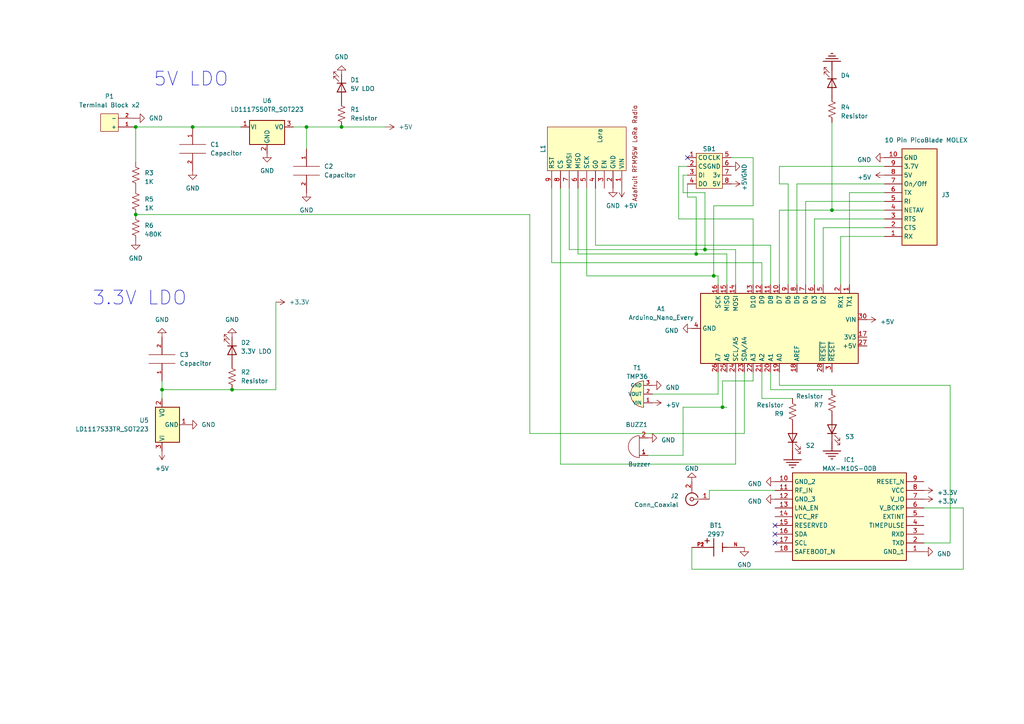
<source format=kicad_sch>
(kicad_sch (version 20231120) (generator "eeschema") (generator_version "8.0")
  (paper "A4")
  (lib_symbols
    (symbol "+3.3V_1" (power) (pin_names (offset 0))
      (property "Value" "+3.3V_1" (at 0 3.556 0))
      (symbol "+3.3V_1_0_1"
        (polyline (pts (xy -0.762 1.27) (xy 0 2.54)))
        (polyline (pts (xy 0 0) (xy 0 2.54)))
        (polyline (pts (xy 0 2.54) (xy 0.762 1.27)))
      )
      (symbol "+3.3V_1_1_1"
        (pin power_in line (at 0 0 90) (length 0) hide (name "+3.3V") (number "1"))
      )
    )
    (symbol "+3.3V_2" (power) (pin_names (offset 0))
      (property "Value" "+3.3V_2" (at 0 3.556 0))
      (symbol "+3.3V_2_0_1"
        (polyline (pts (xy -0.762 1.27) (xy 0 2.54)))
        (polyline (pts (xy 0 0) (xy 0 2.54)))
        (polyline (pts (xy 0 2.54) (xy 0.762 1.27)))
      )
      (symbol "+3.3V_2_1_1"
        (pin power_in line (at 0 0 90) (length 0) hide (name "+3.3V") (number "1"))
      )
    )
    (symbol "+5V_1" (power) (pin_names (offset 0))
      (property "Value" "+5V_1" (at 0 3.556 0))
      (symbol "+5V_1_0_1"
        (polyline (pts (xy -0.762 1.27) (xy 0 2.54)))
        (polyline (pts (xy 0 0) (xy 0 2.54)))
        (polyline (pts (xy 0 2.54) (xy 0.762 1.27)))
      )
      (symbol "+5V_1_1_1"
        (pin power_in line (at 0 0 90) (length 0) hide (name "+5V") (number "1"))
      )
    )
    (symbol "+5V_2" (power) (pin_names (offset 0))
      (property "Value" "+5V_2" (at 0 3.556 0))
      (symbol "+5V_2_0_1"
        (polyline (pts (xy -0.762 1.27) (xy 0 2.54)))
        (polyline (pts (xy 0 0) (xy 0 2.54)))
        (polyline (pts (xy 0 2.54) (xy 0.762 1.27)))
      )
      (symbol "+5V_2_1_1"
        (pin power_in line (at 0 0 90) (length 0) hide (name "+5V") (number "1"))
      )
    )
    (symbol "+5V_3" (power) (pin_names (offset 0))
      (property "Value" "+5V_3" (at 0 3.556 0))
      (symbol "+5V_3_0_1"
        (polyline (pts (xy -0.762 1.27) (xy 0 2.54)))
        (polyline (pts (xy 0 0) (xy 0 2.54)))
        (polyline (pts (xy 0 2.54) (xy 0.762 1.27)))
      )
      (symbol "+5V_3_1_1"
        (pin power_in line (at 0 0 90) (length 0) hide (name "+5V") (number "1"))
      )
    )
    (symbol "+5V_4" (power) (pin_names (offset 0))
      (property "Value" "+5V_4" (at 0 3.556 0))
      (symbol "+5V_4_0_1"
        (polyline (pts (xy -0.762 1.27) (xy 0 2.54)))
        (polyline (pts (xy 0 0) (xy 0 2.54)))
        (polyline (pts (xy 0 2.54) (xy 0.762 1.27)))
      )
      (symbol "+5V_4_1_1"
        (pin power_in line (at 0 0 90) (length 0) hide (name "+5V") (number "1"))
      )
    )
    (symbol "+5V_5" (power) (pin_names (offset 0))
      (property "Value" "+5V_5" (at 0 3.556 0))
      (symbol "+5V_5_0_1"
        (polyline (pts (xy -0.762 1.27) (xy 0 2.54)))
        (polyline (pts (xy 0 0) (xy 0 2.54)))
        (polyline (pts (xy 0 2.54) (xy 0.762 1.27)))
      )
      (symbol "+5V_5_1_1"
        (pin power_in line (at 0 0 90) (length 0) hide (name "+5V") (number "1"))
      )
    )
    (symbol "53048-1010:53048-1010"
      (property "Reference" "J2" (at 9.525 3.81 90))
      (property "Value" "53048-1010" (at 12.065 3.81 90))
      (symbol "53048-1010_1_1"
        (rectangle (start 5.08 2.54) (end 15.24 -25.4) (stroke (width 0.254)) (fill (type background)))
        (pin output line (at 0 -22.86 0) (length 5.08) (name "RX") (number "1"))
        (pin passive line (at 0 0 0) (length 5.08) (name "GND") (number "10"))
        (pin passive line (at 0 -20.32 0) (length 5.08) (name "CTS") (number "2"))
        (pin passive line (at 0 -17.78 0) (length 5.08) (name "RTS") (number "3"))
        (pin passive line (at 0 -15.24 0) (length 5.08) (name "NETAV") (number "4"))
        (pin passive line (at 0 -12.7 0) (length 5.08) (name "RI") (number "5"))
        (pin passive line (at 0 -10.16 0) (length 5.08) (name "TX") (number "6"))
        (pin passive line (at 0 -7.62 0) (length 5.08) (name "On/Off") (number "7"))
        (pin input line (at 0 -5.08 0) (length 5.08) (name "5V") (number "8"))
        (pin passive line (at 0 -2.54 0) (length 5.08) (name "3.7V") (number "9"))
      )
    )
    (symbol "Balloon Tracker PCB-altium-import:GND" (power)
      (property "Reference" "#PWR" (at 0 0 0))
      (property "Value" "GND" (at 0 6.35 0))
      (symbol "GND_0_0"
        (polyline (pts (xy -2.54 -2.54) (xy 2.54 -2.54)) (stroke (width 0.254)))
        (polyline (pts (xy -1.778 -3.302) (xy 1.778 -3.302)) (stroke (width 0.254)))
        (polyline (pts (xy -1.016 -4.064) (xy 1.016 -4.064)) (stroke (width 0.254)))
        (polyline (pts (xy -0.254 -4.826) (xy 0.254 -4.826)) (stroke (width 0.254)))
        (polyline (pts (xy 0 0) (xy 0 -2.54)) (stroke (width 0.254)))
        (pin power_in line (at 0 0 0) (length 0) hide (name "GND") (number ""))
      )
    )
    (symbol "Connector:Conn_Coaxial" (pin_names (offset 1.016) hide)
      (property "Reference" "J" (at 0.254 3.048 0))
      (property "Value" "Conn_Coaxial" (at 2.921 0 90))
      (symbol "Conn_Coaxial_0_1"
        (arc (start -1.778 -0.508) (mid 0.2311 -1.8066) (end 1.778 0) (stroke (width 0.254)))
        (polyline (pts (xy -2.54 0) (xy -0.508 0)))
        (polyline (pts (xy 0 -2.54) (xy 0 -1.778)))
        (circle (center 0 0) (radius 0.508) (stroke (width 0.2032)))
        (arc (start 1.778 0) (mid 0.2099 1.8101) (end -1.778 0.508) (stroke (width 0.254)))
      )
      (symbol "Conn_Coaxial_1_1"
        (pin passive line (at -5.08 0 0) (length 2.54) (name "In") (number "1"))
        (pin passive line (at 0 -5.08 90) (length 2.54) (name "Ext") (number "2"))
      )
    )
    (symbol "Device:Buzzer" (pin_names (offset 0.0254) hide)
      (property "Reference" "BZ" (at 3.81 1.27 0))
      (property "Value" "Buzzer" (at 3.81 -1.27 0))
      (symbol "Buzzer_0_1"
        (arc (start 0 -3.175) (mid 3.1612 0) (end 0 3.175))
        (polyline (pts (xy -1.651 1.905) (xy -1.143 1.905)))
        (polyline (pts (xy -1.397 2.159) (xy -1.397 1.651)))
        (polyline (pts (xy 0 3.175) (xy 0 -3.175)))
      )
      (symbol "Buzzer_1_1"
        (pin passive line (at -2.54 2.54 0) (length 2.54) (name "-") (number "1"))
        (pin passive line (at -2.54 -2.54 0) (length 2.54) (name "+") (number "2"))
      )
    )
    (symbol "Device:LED" (pin_numbers hide) (pin_names (offset 1.016) hide)
      (property "Reference" "D" (at 0 2.54 0))
      (property "Value" "LED" (at 0 -2.54 0))
      (symbol "LED_0_1"
        (polyline (pts (xy -1.27 -1.27) (xy -1.27 1.27)) (stroke (width 0.254)))
        (polyline (pts (xy -1.27 0) (xy 1.27 0)))
        (polyline (pts (xy 1.27 -1.27) (xy 1.27 1.27) (xy -1.27 0) (xy 1.27 -1.27)) (stroke (width 0.254)))
        (polyline (pts (xy -3.048 -0.762) (xy -4.572 -2.286) (xy -3.81 -2.286) (xy -4.572 -2.286) (xy -4.572 -1.524)))
        (polyline (pts (xy -1.778 -0.762) (xy -3.302 -2.286) (xy -2.54 -2.286) (xy -3.302 -2.286) (xy -3.302 -1.524)))
      )
      (symbol "LED_1_1"
        (pin passive line (at -3.81 0 0) (length 2.54) (name "K") (number "1"))
        (pin passive line (at 3.81 0 180) (length 2.54) (name "A") (number "2"))
      )
    )
    (symbol "GND_1" (power) (pin_names (offset 0))
      (property "Value" "GND_1" (at 0 -3.81 0))
      (symbol "GND_1_0_1"
        (polyline (pts (xy 0 0) (xy 0 -1.27) (xy 1.27 -1.27) (xy 0 -2.54) (xy -1.27 -1.27) (xy 0 -1.27)))
      )
      (symbol "GND_1_1_1"
        (pin power_in line (at 0 0 270) (length 0) hide (name "GND") (number "1"))
      )
    )
    (symbol "GND_2" (power) (pin_names (offset 0))
      (property "Value" "GND_2" (at 0 -3.81 0))
      (symbol "GND_2_0_1"
        (polyline (pts (xy 0 0) (xy 0 -1.27) (xy 1.27 -1.27) (xy 0 -2.54) (xy -1.27 -1.27) (xy 0 -1.27)))
      )
      (symbol "GND_2_1_1"
        (pin power_in line (at 0 0 270) (length 0) hide (name "GND") (number "1"))
      )
    )
    (symbol "GND_3" (power) (pin_names (offset 0))
      (property "Value" "GND_3" (at 0 -3.81 0))
      (symbol "GND_3_0_1"
        (polyline (pts (xy 0 0) (xy 0 -1.27) (xy 1.27 -1.27) (xy 0 -2.54) (xy -1.27 -1.27) (xy 0 -1.27)))
      )
      (symbol "GND_3_1_1"
        (pin power_in line (at 0 0 270) (length 0) hide (name "GND") (number "1"))
      )
    )
    (symbol "GND_4" (power) (pin_names (offset 0))
      (property "Value" "GND_4" (at 0 -3.81 0))
      (symbol "GND_4_0_1"
        (polyline (pts (xy 0 0) (xy 0 -1.27) (xy 1.27 -1.27) (xy 0 -2.54) (xy -1.27 -1.27) (xy 0 -1.27)))
      )
      (symbol "GND_4_1_1"
        (pin power_in line (at 0 0 270) (length 0) hide (name "GND") (number "1"))
      )
    )
    (symbol "GND_5" (power) (pin_names (offset 0))
      (property "Value" "GND_5" (at 0 -3.81 0))
      (symbol "GND_5_0_1"
        (polyline (pts (xy 0 0) (xy 0 -1.27) (xy 1.27 -1.27) (xy 0 -2.54) (xy -1.27 -1.27) (xy 0 -1.27)))
      )
      (symbol "GND_5_1_1"
        (pin power_in line (at 0 0 270) (length 0) hide (name "GND") (number "1"))
      )
    )
    (symbol "GND_6" (power) (pin_names (offset 0))
      (property "Value" "GND_6" (at 0 -3.81 0))
      (symbol "GND_6_0_1"
        (polyline (pts (xy 0 0) (xy 0 -1.27) (xy 1.27 -1.27) (xy 0 -2.54) (xy -1.27 -1.27) (xy 0 -1.27)))
      )
      (symbol "GND_6_1_1"
        (pin power_in line (at 0 0 270) (length 0) hide (name "GND") (number "1"))
      )
    )
    (symbol "GND_7" (power) (pin_names (offset 0))
      (property "Value" "GND_7" (at 0 -3.81 0))
      (symbol "GND_7_0_1"
        (polyline (pts (xy 0 0) (xy 0 -1.27) (xy 1.27 -1.27) (xy 0 -2.54) (xy -1.27 -1.27) (xy 0 -1.27)))
      )
      (symbol "GND_7_1_1"
        (pin power_in line (at 0 0 270) (length 0) hide (name "GND") (number "1"))
      )
    )
    (symbol "GND_8" (power) (pin_names (offset 0))
      (property "Value" "GND_8" (at 0 -3.81 0))
      (symbol "GND_8_0_1"
        (polyline (pts (xy 0 0) (xy 0 -1.27) (xy 1.27 -1.27) (xy 0 -2.54) (xy -1.27 -1.27) (xy 0 -1.27)))
      )
      (symbol "GND_8_1_1"
        (pin power_in line (at 0 0 270) (length 0) hide (name "GND") (number "1"))
      )
    )
    (symbol "MCU_Module:Arduino_Nano_Every"
      (property "Reference" "A" (at -10.16 23.495 0))
      (property "Value" "Arduino_Nano_Every" (at 5.08 -24.13 0))
      (symbol "Arduino_Nano_Every_0_1"
        (rectangle (start -10.16 22.86) (end 10.16 -22.86) (stroke (width 0.254)) (fill (type background)))
      )
      (symbol "Arduino_Nano_Every_1_1"
        (pin bidirectional line (at -12.7 20.32 0) (length 2.54) (name "TX1") (number "1"))
        (pin bidirectional line (at -12.7 0 0) (length 2.54) (name "D7") (number "10"))
        (pin bidirectional line (at -12.7 -2.54 0) (length 2.54) (name "D8") (number "11"))
        (pin bidirectional line (at -12.7 -5.08 0) (length 2.54) (name "D9") (number "12"))
        (pin bidirectional line (at -12.7 -7.62 0) (length 2.54) (name "D10") (number "13"))
        (pin bidirectional line (at -12.7 -12.7 0) (length 2.54) (name "MOSI") (number "14"))
        (pin bidirectional line (at -12.7 -15.24 0) (length 2.54) (name "MISO") (number "15"))
        (pin bidirectional line (at -12.7 -17.78 0) (length 2.54) (name "SCK") (number "16"))
        (pin power_out line (at 2.54 25.4 270) (length 2.54) (name "3V3") (number "17"))
        (pin input line (at 12.7 5.08 180) (length 2.54) (name "AREF") (number "18"))
        (pin bidirectional line (at 12.7 0 180) (length 2.54) (name "A0") (number "19"))
        (pin bidirectional line (at -12.7 17.78 0) (length 2.54) (name "RX1") (number "2"))
        (pin bidirectional line (at 12.7 -2.54 180) (length 2.54) (name "A1") (number "20"))
        (pin bidirectional line (at 12.7 -5.08 180) (length 2.54) (name "A2") (number "21"))
        (pin bidirectional line (at 12.7 -7.62 180) (length 2.54) (name "A3") (number "22"))
        (pin bidirectional line (at 12.7 -10.16 180) (length 2.54) (name "SDA/A4") (number "23"))
        (pin bidirectional line (at 12.7 -12.7 180) (length 2.54) (name "SCL/A5") (number "24"))
        (pin bidirectional line (at 12.7 -15.24 180) (length 2.54) (name "A6") (number "25"))
        (pin bidirectional line (at 12.7 -17.78 180) (length 2.54) (name "A7") (number "26"))
        (pin power_out line (at 5.08 25.4 270) (length 2.54) (name "+5V") (number "27"))
        (pin input line (at 12.7 12.7 180) (length 2.54) (name "~{RESET}") (number "28"))
        (pin passive line (at 0 -25.4 90) (length 2.54) hide (name "GND") (number "29"))
        (pin input line (at 12.7 15.24 180) (length 2.54) (name "~{RESET}") (number "3"))
        (pin power_in line (at -2.54 25.4 270) (length 2.54) (name "VIN") (number "30"))
        (pin power_in line (at 0 -25.4 90) (length 2.54) (name "GND") (number "4"))
        (pin bidirectional line (at -12.7 12.7 0) (length 2.54) (name "D2") (number "5"))
        (pin bidirectional line (at -12.7 10.16 0) (length 2.54) (name "D3") (number "6"))
        (pin bidirectional line (at -12.7 7.62 0) (length 2.54) (name "D4") (number "7"))
        (pin bidirectional line (at -12.7 5.08 0) (length 2.54) (name "D5") (number "8"))
        (pin bidirectional line (at -12.7 2.54 0) (length 2.54) (name "D6") (number "9"))
      )
    )
    (symbol "Regulator_Linear:LD1117S33TR_SOT223" (pin_names (offset 0.254))
      (property "Reference" "U" (at -3.81 3.175 0))
      (property "Value" "LD1117S33TR_SOT223" (at 0 3.175 0))
      (symbol "LD1117S33TR_SOT223_0_1"
        (rectangle (start -5.08 -5.08) (end 5.08 1.905) (stroke (width 0.254)) (fill (type background)))
      )
      (symbol "LD1117S33TR_SOT223_1_1"
        (pin power_in line (at 0 -7.62 90) (length 2.54) (name "GND") (number "1"))
        (pin power_out line (at 7.62 0 180) (length 2.54) (name "VO") (number "2"))
        (pin power_in line (at -7.62 0 0) (length 2.54) (name "VI") (number "3"))
      )
    )
    (symbol "Regulator_Linear:LD1117S50TR_SOT223" (pin_names (offset 0.254))
      (property "Reference" "U6" (at 0 7.62 0))
      (property "Value" "LD1117S50TR_SOT223" (at 0 5.08 0))
      (symbol "LD1117S50TR_SOT223_0_1"
        (rectangle (start -5.08 -5.08) (end 5.08 1.905) (stroke (width 0.254)) (fill (type background)))
      )
      (symbol "LD1117S50TR_SOT223_1_1"
        (pin power_in line (at -7.62 0 0) (length 2.54) (name "VI") (number "1"))
        (pin power_in line (at 0 -7.62 90) (length 2.54) (name "GND") (number "2"))
        (pin power_out line (at 7.62 0 180) (length 2.54) (name "VO") (number "3"))
      )
    )
    (symbol "Trackuino:2997" (pin_names (offset 1.016))
      (property "Reference" "BT" (at -6.35 3.81 0))
      (property "Value" "2997" (at -3.81 -5.08 0))
      (symbol "2997_0_0"
        (polyline (pts (xy -3.81 1.905) (xy -2.54 1.905)) (stroke (width 0.254)))
        (polyline (pts (xy -3.175 2.54) (xy -3.175 1.27)) (stroke (width 0.254)))
        (polyline (pts (xy -1.27 0) (xy -2.54 0)) (stroke (width 0.254)))
        (polyline (pts (xy -1.27 0) (xy -1.27 -2.54)) (stroke (width 0.254)))
        (polyline (pts (xy -1.27 2.54) (xy -1.27 0)) (stroke (width 0.254)))
        (polyline (pts (xy 1.27 0) (xy 1.27 -1.27)) (stroke (width 0.254)))
        (polyline (pts (xy 1.27 0) (xy 2.54 0)) (stroke (width 0.254)))
        (polyline (pts (xy 1.27 1.27) (xy 1.27 0)) (stroke (width 0.254)))
        (pin passive line (at 7.62 0 180) (length 5.08) (name "~") (number "N"))
        (pin passive line (at -7.62 0 0) (length 5.08) (name "~") (number "P1"))
        (pin passive line (at -7.62 0 0) (length 5.08) (name "~") (number "P2"))
      )
    )
    (symbol "Trackuino:Capacitor" (pin_names (offset 0.254))
      (property "Reference" "C?" (at 5.08 1.2701 0))
      (property "Value" "Capacitor" (at 5.08 -1.2699 0))
      (symbol "Capacitor_0_1"
        (polyline (pts (xy -3.81 -1.27) (xy 3.81 -1.27)))
        (polyline (pts (xy -3.81 1.27) (xy 3.81 1.27)))
      )
      (symbol "Capacitor_1_1"
        (pin power_in line (at 0 6.35 270) (length 5.08) (name "~") (number "1"))
        (pin power_out line (at 0 -6.35 90) (length 5.08) (name "~") (number "2"))
      )
    )
    (symbol "Trackuino:LED" (pin_numbers hide) (pin_names (offset 1.016) hide)
      (property "Reference" "D?" (at -1.5875 6.35 0))
      (property "Value" "LED" (at -1.5875 3.81 0))
      (symbol "LED_0_1"
        (polyline (pts (xy -1.27 -1.27) (xy -1.27 1.27)) (stroke (width 0.254)))
        (polyline (pts (xy -1.27 0) (xy 1.27 0)))
        (polyline (pts (xy 1.27 -1.27) (xy 1.27 1.27) (xy -1.27 0) (xy 1.27 -1.27)) (stroke (width 0.254)))
        (polyline (pts (xy -3.048 -0.762) (xy -4.572 -2.286) (xy -3.81 -2.286) (xy -4.572 -2.286) (xy -4.572 -1.524)))
        (polyline (pts (xy -1.778 -0.762) (xy -3.302 -2.286) (xy -2.54 -2.286) (xy -3.302 -2.286) (xy -3.302 -1.524)))
      )
      (symbol "LED_1_1"
        (pin passive line (at -3.81 0 0) (length 2.54) (name "K") (number "1"))
        (pin passive line (at 3.81 0 180) (length 2.54) (name "A") (number "2"))
      )
    )
    (symbol "Trackuino:LoRa"
      (property "Reference" "L1" (at -2.54 -17.78 0))
      (property "Value" "Lora" (at -5.08 -1.27 0))
      (symbol "LoRa_1_1"
        (rectangle (start -7.62 6.35) (end 5.08 -16.51) (fill (type background)))
        (text "Adafruit RFM95W LoRa Radio" (at 0 8.89 0) (effects (font (size 1.27 1.27))))
        (pin power_in line (at 10.16 5.08 180) (length 5.08) (name "VIN") (number "1"))
        (pin passive line (at 10.16 2.54 180) (length 5.08) (name "GND") (number "2"))
        (pin input line (at 10.16 0 180) (length 5.08) (name "EN") (number "3"))
        (pin passive line (at 10.16 -2.54 180) (length 5.08) (name "G0") (number "4"))
        (pin input line (at 10.16 -5.08 180) (length 5.08) (name "SCK") (number "5"))
        (pin input line (at 10.16 -7.62 180) (length 5.08) (name "MISO") (number "6"))
        (pin input line (at 10.16 -10.16 180) (length 5.08) (name "MOSI") (number "7"))
        (pin input line (at 10.16 -12.7 180) (length 5.08) (name "CS") (number "8"))
        (pin input line (at 10.16 -15.24 180) (length 5.08) (name "RST") (number "9"))
      )
    )
    (symbol "Trackuino:MAX-M10S-00B"
      (property "Reference" "IC" (at 39.37 7.62 0))
      (property "Value" "MAX-M10S-00B" (at 39.37 5.08 0))
      (symbol "MAX-M10S-00B_1_1"
        (rectangle (start 5.08 2.54) (end 38.1 -22.86) (stroke (width 0.254)) (fill (type background)))
        (pin passive line (at 43.18 -20.32 180) (length 5.08) (name "GND_1") (number "1"))
        (pin passive line (at 0 0 0) (length 5.08) (name "GND_2") (number "10"))
        (pin passive line (at 0 -2.54 0) (length 5.08) (name "RF_IN") (number "11"))
        (pin passive line (at 0 -5.08 0) (length 5.08) (name "GND_3") (number "12"))
        (pin passive line (at 0 -7.62 0) (length 5.08) (name "LNA_EN") (number "13"))
        (pin passive line (at 0 -10.16 0) (length 5.08) (name "VCC_RF") (number "14"))
        (pin passive line (at 0 -12.7 0) (length 5.08) (name "RESERVED") (number "15"))
        (pin passive line (at 0 -15.24 0) (length 5.08) (name "SDA") (number "16"))
        (pin passive line (at 0 -17.78 0) (length 5.08) (name "SCL") (number "17"))
        (pin passive line (at 0 -20.32 0) (length 5.08) (name "SAFEBOOT_N") (number "18"))
        (pin passive line (at 43.18 -17.78 180) (length 5.08) (name "TXD") (number "2"))
        (pin passive line (at 43.18 -15.24 180) (length 5.08) (name "RXD") (number "3"))
        (pin passive line (at 43.18 -12.7 180) (length 5.08) (name "TIMEPULSE") (number "4"))
        (pin passive line (at 43.18 -10.16 180) (length 5.08) (name "EXTINT") (number "5"))
        (pin passive line (at 43.18 -7.62 180) (length 5.08) (name "V_BCKP") (number "6"))
        (pin passive line (at 43.18 -5.08 180) (length 5.08) (name "V_IO") (number "7"))
        (pin passive line (at 43.18 -2.54 180) (length 5.08) (name "VCC") (number "8"))
        (pin passive line (at 43.18 0 180) (length 5.08) (name "RESET_N") (number "9"))
      )
    )
    (symbol "Trackuino:MicroSD_Breakout_Board+"
      (property "Reference" "SD" (at 0 0 0))
      (symbol "MicroSD_Breakout_Board+_1_1"
        (rectangle (start -3.81 -1.27) (end 3.81 -11.43) (fill (type background)))
        (pin input line (at -6.35 -2.54 0) (length 2.54) (name "CO") (number "1"))
        (pin input line (at -6.35 -5.08 0) (length 2.54) (name "CS") (number "2"))
        (pin input line (at -6.35 -7.62 0) (length 2.54) (name "DI") (number "3"))
        (pin input line (at -6.35 -10.16 0) (length 2.54) (name "DO") (number "4"))
        (pin input line (at 6.35 -2.54 180) (length 2.54) (name "CLK") (number "5"))
        (pin input line (at 6.35 -5.08 180) (length 2.54) (name "GND") (number "6"))
        (pin input line (at 6.35 -7.62 180) (length 2.54) (name "3v") (number "7"))
        (pin input line (at 6.35 -10.16 180) (length 2.54) (name "5V") (number "8"))
      )
    )
    (symbol "Trackuino:Resistor" (pin_numbers hide) (pin_names (offset 0))
      (property "Reference" "R?" (at 2.54 1.2701 0))
      (property "Value" "Resistor" (at 2.54 -1.2699 0))
      (symbol "Resistor_0_1"
        (polyline (pts (xy 0 -2.286) (xy 0 -2.54)))
        (polyline (pts (xy 0 2.286) (xy 0 2.54)))
        (polyline (pts (xy 0 -0.762) (xy 1.016 -1.143) (xy 0 -1.524) (xy -1.016 -1.905) (xy 0 -2.286)))
        (polyline (pts (xy 0 0.762) (xy 1.016 0.381) (xy 0 0) (xy -1.016 -0.381) (xy 0 -0.762)))
        (polyline (pts (xy 0 2.286) (xy 1.016 1.905) (xy 0 1.524) (xy -1.016 1.143) (xy 0 0.762)))
      )
      (symbol "Resistor_1_1"
        (pin passive line (at 0 3.81 270) (length 1.27) (name "~") (number "1"))
        (pin passive line (at 0 -3.81 90) (length 1.27) (name "~") (number "2"))
      )
    )
    (symbol "Trackuino:TMP36"
      (property "Reference" "U" (at 0 0 0))
      (property "Value" "TMP36" (at 0 2.54 0))
      (symbol "TMP36_0_1"
        (rectangle (start 3.81 -6.35) (end -3.81 -6.35))
        (arc (start 3.81 -6.35) (mid 0 -2.5787) (end -3.81 -6.35) (fill (type background)))
      )
      (symbol "TMP36_1_1"
        (pin power_in line (at -2.54 -8.89 90) (length 2.54) (name "VIN") (number "1"))
        (pin power_out line (at 0 -8.89 90) (length 2.54) (name "VOUT") (number "2"))
        (pin power_in line (at 2.54 -8.89 90) (length 2.54) (name "GND") (number "3"))
      )
    )
    (symbol "Trackuino:Terminal Block x2"
      (property "Reference" "P" (at 0 0 0))
      (property "Value" "Terminal Block x2" (at 0 2.54 0))
      (symbol "Terminal Block x2_0_1"
        (rectangle (start -2.54 -1.27) (end 2.54 -6.35) (fill (type background)))
      )
      (symbol "Terminal Block x2_1_1"
        (pin power_in line (at -1.27 -11.43 90) (length 5.08) (name "+") (number "1"))
        (pin power_in line (at 1.27 -11.43 90) (length 5.08) (name "-") (number "2"))
      )
    )
    (symbol "power:+3.3V" (power) (pin_names (offset 0))
      (property "Value" "+3.3V" (at 0 3.556 0))
      (symbol "+3.3V_0_1"
        (polyline (pts (xy -0.762 1.27) (xy 0 2.54)))
        (polyline (pts (xy 0 0) (xy 0 2.54)))
        (polyline (pts (xy 0 2.54) (xy 0.762 1.27)))
      )
      (symbol "+3.3V_1_1"
        (pin power_in line (at 0 0 90) (length 0) hide (name "+3.3V") (number "1"))
      )
    )
    (symbol "power:+5V" (power) (pin_names (offset 0))
      (property "Value" "+5V" (at 0 3.556 0))
      (symbol "+5V_0_1"
        (polyline (pts (xy -0.762 1.27) (xy 0 2.54)))
        (polyline (pts (xy 0 0) (xy 0 2.54)))
        (polyline (pts (xy 0 2.54) (xy 0.762 1.27)))
      )
      (symbol "+5V_1_1"
        (pin power_in line (at 0 0 90) (length 0) hide (name "+5V") (number "1"))
      )
    )
    (symbol "power:GND" (power) (pin_names (offset 0))
      (property "Value" "GND" (at 0 -3.81 0))
      (symbol "GND_0_1"
        (polyline (pts (xy 0 0) (xy 0 -1.27) (xy 1.27 -1.27) (xy 0 -2.54) (xy -1.27 -1.27) (xy 0 -1.27)))
      )
      (symbol "GND_1_1"
        (pin power_in line (at 0 0 270) (length 0) hide (name "GND") (number "1"))
      )
    )
  )
  (junction (at 209.55 118.11))
  (junction (at 67.31 113.03))
  (junction (at 204.47 72.39))
  (junction (at 207.01 80.01))
  (junction (at 99.06 36.83))
  (junction (at 241.3 60.96))
  (junction (at 201.93 73.66))
  (junction (at 46.99 113.03))
  (junction (at 39.37 62.23))
  (junction (at 88.9 36.83))
  (junction (at 39.37 36.83))
  (junction (at 55.88 36.83))
  (no_connect (at 224.79 157.48))
  (no_connect (at 224.79 152.4))
  (no_connect (at 199.39 45.72))
  (no_connect (at 224.79 154.94))
  (wire (pts (xy 200.66 158.75) (xy 200.66 165.1)))
  (wire (pts (xy 246.38 55.88) (xy 246.38 82.55)))
  (wire (pts (xy 39.37 62.23) (xy 153.67 62.23)))
  (wire (pts (xy 88.9 36.83) (xy 85.09 36.83)))
  (wire (pts (xy 208.28 80.01) (xy 208.28 82.55)))
  (wire (pts (xy 226.06 111.76) (xy 226.06 107.95)))
  (wire (pts (xy 275.59 111.76) (xy 226.06 111.76)))
  (wire (pts (xy 210.82 73.66) (xy 201.93 73.66)))
  (wire (pts (xy 167.64 73.66) (xy 201.93 73.66)))
  (wire (pts (xy 172.72 71.12) (xy 223.52 71.12)))
  (wire (pts (xy 210.82 82.55) (xy 210.82 73.66)))
  (wire (pts (xy 160.02 54.61) (xy 160.02 76.2)))
  (wire (pts (xy 204.47 55.88) (xy 204.47 72.39)))
  (wire (pts (xy 46.99 113.03) (xy 67.31 113.03)))
  (wire (pts (xy 231.14 53.34) (xy 231.14 82.55)))
  (wire (pts (xy 46.99 113.03) (xy 46.99 115.57)))
  (wire (pts (xy 226.06 82.55) (xy 226.06 60.96)))
  (wire (pts (xy 200.66 165.1) (xy 279.4 165.1)))
  (wire (pts (xy 205.74 142.24) (xy 224.79 142.24)))
  (wire (pts (xy 279.4 165.1) (xy 279.4 147.32)))
  (wire (pts (xy 153.67 125.73) (xy 215.9 125.73)))
  (wire (pts (xy 209.55 118.11) (xy 210.82 118.11)))
  (wire (pts (xy 198.12 118.11) (xy 198.12 132.08)))
  (wire (pts (xy 241.3 60.96) (xy 241.3 35.56)))
  (wire (pts (xy 39.37 36.83) (xy 55.88 36.83)))
  (wire (pts (xy 99.06 36.83) (xy 111.76 36.83)))
  (wire (pts (xy 199.39 57.15) (xy 199.39 53.34)))
  (wire (pts (xy 208.28 107.95) (xy 208.28 114.3)))
  (wire (pts (xy 88.9 36.83) (xy 88.9 43.18)))
  (wire (pts (xy 243.84 68.58) (xy 243.84 82.55)))
  (wire (pts (xy 256.54 60.96) (xy 241.3 60.96)))
  (wire (pts (xy 204.47 72.39) (xy 213.36 72.39)))
  (wire (pts (xy 213.36 134.62) (xy 213.36 107.95)))
  (wire (pts (xy 46.99 110.49) (xy 46.99 113.03)))
  (wire (pts (xy 218.44 59.69) (xy 218.44 45.72)))
  (wire (pts (xy 170.18 54.61) (xy 170.18 80.01)))
  (wire (pts (xy 246.38 55.88) (xy 256.54 55.88)))
  (wire (pts (xy 275.59 157.48) (xy 275.59 111.76)))
  (wire (pts (xy 170.18 80.01) (xy 207.01 80.01)))
  (wire (pts (xy 215.9 125.73) (xy 215.9 107.95)))
  (wire (pts (xy 220.98 115.57) (xy 220.98 107.95)))
  (wire (pts (xy 218.44 107.95) (xy 218.44 110.49)))
  (wire (pts (xy 236.22 63.5) (xy 236.22 82.55)))
  (wire (pts (xy 204.47 55.88) (xy 198.12 55.88)))
  (wire (pts (xy 55.88 36.83) (xy 69.85 36.83)))
  (wire (pts (xy 167.64 54.61) (xy 167.64 73.66)))
  (wire (pts (xy 226.06 60.96) (xy 241.3 60.96)))
  (wire (pts (xy 226.06 48.26) (xy 256.54 48.26)))
  (wire (pts (xy 196.85 48.26) (xy 199.39 48.26)))
  (wire (pts (xy 228.6 53.34) (xy 228.6 82.55)))
  (wire (pts (xy 198.12 55.88) (xy 198.12 50.8)))
  (wire (pts (xy 238.76 66.04) (xy 238.76 82.55)))
  (wire (pts (xy 198.12 50.8) (xy 199.39 50.8)))
  (wire (pts (xy 67.31 113.03) (xy 80.01 113.03)))
  (wire (pts (xy 88.9 36.83) (xy 99.06 36.83)))
  (wire (pts (xy 196.85 63.5) (xy 196.85 48.26)))
  (wire (pts (xy 172.72 54.61) (xy 172.72 71.12)))
  (wire (pts (xy 165.1 72.39) (xy 204.47 72.39)))
  (wire (pts (xy 233.68 58.42) (xy 233.68 82.55)))
  (wire (pts (xy 196.85 63.5) (xy 218.44 63.5)))
  (wire (pts (xy 162.56 54.61) (xy 162.56 134.62)))
  (wire (pts (xy 80.01 113.03) (xy 80.01 87.63)))
  (wire (pts (xy 213.36 82.55) (xy 213.36 72.39)))
  (wire (pts (xy 256.54 66.04) (xy 238.76 66.04)))
  (wire (pts (xy 160.02 76.2) (xy 220.98 76.2)))
  (wire (pts (xy 256.54 53.34) (xy 231.14 53.34)))
  (wire (pts (xy 207.01 59.69) (xy 218.44 59.69)))
  (wire (pts (xy 229.87 115.57) (xy 220.98 115.57)))
  (wire (pts (xy 256.54 58.42) (xy 233.68 58.42)))
  (wire (pts (xy 198.12 132.08) (xy 187.96 132.08)))
  (wire (pts (xy 165.1 54.61) (xy 165.1 72.39)))
  (wire (pts (xy 223.52 113.03) (xy 241.3 113.03)))
  (wire (pts (xy 226.06 53.34) (xy 228.6 53.34)))
  (wire (pts (xy 226.06 48.26) (xy 226.06 53.34)))
  (wire (pts (xy 207.01 59.69) (xy 207.01 80.01)))
  (wire (pts (xy 153.67 62.23) (xy 153.67 125.73)))
  (wire (pts (xy 201.93 57.15) (xy 199.39 57.15)))
  (wire (pts (xy 198.12 118.11) (xy 209.55 118.11)))
  (wire (pts (xy 207.01 80.01) (xy 208.28 80.01)))
  (wire (pts (xy 223.52 71.12) (xy 223.52 82.55)))
  (wire (pts (xy 267.97 157.48) (xy 275.59 157.48)))
  (wire (pts (xy 201.93 57.15) (xy 201.93 73.66)))
  (wire (pts (xy 223.52 107.95) (xy 223.52 113.03)))
  (wire (pts (xy 218.44 45.72) (xy 212.09 45.72)))
  (wire (pts (xy 209.55 110.49) (xy 209.55 118.11)))
  (wire (pts (xy 256.54 63.5) (xy 236.22 63.5)))
  (wire (pts (xy 39.37 36.83) (xy 39.37 46.99)))
  (wire (pts (xy 189.23 114.3) (xy 208.28 114.3)))
  (wire (pts (xy 162.56 134.62) (xy 213.36 134.62)))
  (wire (pts (xy 205.74 144.78) (xy 205.74 142.24)))
  (wire (pts (xy 218.44 110.49) (xy 209.55 110.49)))
  (wire (pts (xy 218.44 63.5) (xy 218.44 82.55)))
  (wire (pts (xy 279.4 147.32) (xy 267.97 147.32)))
  (wire (pts (xy 243.84 68.58) (xy 256.54 68.58)))
  (wire (pts (xy 220.98 76.2) (xy 220.98 82.55)))
  (text "3.3V LDO" (at 26.67 88.9 0) (effects (font (size 4 4)) (justify left bottom)))
  (text "5V LDO" (at 44.45 25.4 0) (effects (font (size 4 4)) (justify left bottom)))
  (symbol (lib_name "GND_8") (lib_id "power:GND") (at 215.9 158.75 0) (unit 1)
    (property "Reference" "#PWR02" (effects (hide yes)))
    (property "Value" "GND" (at 215.9 163.83 0))
  )
  (symbol (lib_id "power:+5V") (at 111.76 36.83 270) (unit 1)
    (property "Reference" "#PWR0107" (effects (hide yes)))
    (property "Value" "+5V" (at 115.57 36.8299 90) (effects (justify left)))
  )
  (symbol (lib_id "Trackuino:Resistor") (at 241.3 31.75 0) (unit 1)
    (property "Reference" "R4" (at 243.84 31.115 0) (effects (justify left)))
    (property "Value" "Resistor" (at 243.84 33.655 0) (effects (justify left)))
    (property "Footprint" "Resistor_SMD:R_1206_3216Metric" (effects (hide yes)))
  )
  (symbol (lib_id "Trackuino:MicroSD_Breakout_Board+") (at 205.74 43.18 0) (unit 1)
    (property "Reference" "SD1" (at 205.74 43.18 0))
    (property "Value" "~" (at 205.74 43.18 0))
    (property "Footprint" "Tracker Custom Library:Adafruit 5V SD Breakout Brd+" (effects (hide yes)))
  )
  (symbol (lib_id "Trackuino:MAX-M10S-00B") (at 224.79 139.7 0) (unit 1)
    (property "Reference" "IC1" (at 246.38 133.35 0))
    (property "Value" "MAX-M10S-00B" (at 246.38 135.89 0))
    (property "Footprint" "Tracker Custom Library:MAXM10S00B" (effects (hide yes)))
    (property "Datasheet" "https://content.u-blox.com/sites/default/files/MAX-M10S_IntegrationManual_UBX-20053088.pdf" (effects (hide yes)))
    (property "Height" "2.7" (effects (hide yes)))
    (property "Mouser Part Number" "377-MAX-M10S-00B" (effects (hide yes)))
    (property "Mouser Price/Stock" "https://www.mouser.co.uk/ProductDetail/u-blox/MAX-M10S-00B?qs=A6eO%252BMLsxmT0PfQYPb7LLQ%3D%3D" (effects (hide yes)))
    (property "Manufacturer_Name" "U-Blox" (effects (hide yes)))
    (property "Manufacturer_Part_Number" "MAX-M10S-00B" (effects (hide yes)))
  )
  (symbol (lib_name "GND_5") (lib_id "power:GND") (at 267.97 160.02 90) (unit 1)
    (property "Reference" "#PWR012" (effects (hide yes)))
    (property "Value" "GND" (at 271.78 160.655 90) (effects (justify right)))
  )
  (symbol (lib_id "Trackuino:Resistor") (at 241.3 116.84 180) (unit 1)
    (property "Reference" "R7" (at 238.76 117.475 0) (effects (justify left)))
    (property "Value" "Resistor" (at 238.76 114.935 0) (effects (justify left)))
    (property "Footprint" "Resistor_SMD:R_1206_3216Metric" (effects (hide yes)))
  )
  (symbol (lib_name "GND_4") (lib_id "power:GND") (at 224.79 139.7 270) (unit 1)
    (property "Reference" "#PWR01" (effects (hide yes)))
    (property "Value" "GND" (at 220.98 140.335 90) (effects (justify right)))
  )
  (symbol (lib_name "GND_1") (lib_id "power:GND") (at 189.23 111.76 90) (unit 1)
    (property "Reference" "#PWR037" (effects (hide yes)))
    (property "Value" "GND" (at 193.04 112.395 90) (effects (justify right)))
  )
  (symbol (lib_name "+3.3V_2") (lib_id "power:+3.3V") (at 267.97 144.78 270) (unit 1)
    (property "Reference" "#PWR014" (effects (hide yes)))
    (property "Value" "+3.3V" (at 271.78 145.415 90) (effects (justify left)))
  )
  (symbol (lib_id "Trackuino:Resistor") (at 99.06 33.02 0) (unit 1)
    (property "Reference" "R1" (at 101.6 31.7499 0) (effects (justify left)))
    (property "Value" "Resistor" (at 101.6 34.2899 0) (effects (justify left)))
    (property "Footprint" "Resistor_SMD:R_1206_3216Metric" (effects (hide yes)))
  )
  (symbol (lib_name "GND_8") (lib_id "power:GND") (at 39.37 69.85 0) (unit 1)
    (property "Reference" "#PWR03" (effects (hide yes)))
    (property "Value" "GND" (at 39.37 74.93 0))
  )
  (symbol (lib_id "Balloon Tracker PCB-altium-import:GND") (at 241.3 20.32 180) (unit 1)
    (property "Reference" "#PWR024" (effects (hide yes)))
    (property "Value" "GND" (effects (hide yes)))
  )
  (symbol (lib_id "Trackuino:Resistor") (at 39.37 58.42 0) (unit 1)
    (property "Reference" "R5" (at 41.91 57.785 0) (effects (justify left)))
    (property "Value" "1K" (at 41.91 60.325 0) (effects (justify left)))
    (property "Footprint" "Resistor_SMD:R_1206_3216Metric" (effects (hide yes)))
  )
  (symbol (lib_id "power:GND") (at 200.66 95.25 270) (unit 1)
    (property "Reference" "#PWR0113" (effects (hide yes)))
    (property "Value" "GND" (at 196.85 95.885 90) (effects (justify right)))
  )
  (symbol (lib_id "power:GND") (at 39.37 34.29 90) (unit 1)
    (property "Reference" "#PWR0108" (effects (hide yes)))
    (property "Value" "GND" (at 43.18 34.2899 90) (effects (justify right)))
  )
  (symbol (lib_id "power:GND") (at 99.06 21.59 180) (unit 1)
    (property "Reference" "#PWR0106" (effects (hide yes)))
    (property "Value" "GND" (at 99.06 16.51 0))
  )
  (symbol (lib_id "MCU_Module:Arduino_Nano_Every") (at 226.06 95.25 270) (unit 1)
    (property "Reference" "A1" (at 191.77 89.5603 90))
    (property "Value" "Arduino_Nano_Every" (at 191.77 92.1003 90))
    (property "Footprint" "Module:Arduino_Nano" (effects (hide yes)))
    (property "Datasheet" "https://content.arduino.cc/assets/NANOEveryV3.0_sch.pdf" (effects (hide yes)))
  )
  (symbol (lib_id "power:GND") (at 88.9 55.88 0) (unit 1)
    (property "Reference" "#PWR0105" (effects (hide yes)))
    (property "Value" "GND" (at 88.9 60.96 0))
  )
  (symbol (lib_id "power:GND") (at 54.61 123.19 90) (unit 1)
    (property "Reference" "#PWR0112" (effects (hide yes)))
    (property "Value" "GND" (at 58.42 123.1899 90) (effects (justify right)))
  )
  (symbol (lib_id "Device:LED") (at 229.87 127 90) (unit 1)
    (property "Reference" "S2" (at 233.68 129.2225 90) (effects (justify right)))
    (property "Value" "NETAV" (effects (hide yes)))
    (property "Footprint" "LED_SMD:LED_1206_3216Metric" (effects (hide yes)))
  )
  (symbol (lib_id "Device:Buzzer") (at 185.42 129.54 180) (unit 1)
    (property "Reference" "BUZZ1" (at 184.6649 123.19 0))
    (property "Value" "Buzzer" (at 185.42 134.62 0))
    (property "Footprint" "Tracker Custom Library:XDCR_AI-1224-TWT-5V-R" (effects (hide yes)))
  )
  (symbol (lib_id "power:GND") (at 67.31 97.79 180) (unit 1)
    (property "Reference" "#PWR0109" (effects (hide yes)))
    (property "Value" "GND" (at 67.31 92.71 0))
  )
  (symbol (lib_id "Trackuino:Resistor") (at 67.31 109.22 0) (unit 1)
    (property "Reference" "R2" (at 69.85 107.9499 0) (effects (justify left)))
    (property "Value" "Resistor" (at 69.85 110.4899 0) (effects (justify left)))
    (property "Footprint" "Resistor_SMD:R_1206_3216Metric" (effects (hide yes)))
  )
  (symbol (lib_name "+5V_5") (lib_id "power:+5V") (at 256.54 50.8 90) (unit 1)
    (property "Reference" "#PWR052" (effects (hide yes)))
    (property "Value" "+5V" (at 252.73 51.435 90) (effects (justify left)))
  )
  (symbol (lib_id "Device:LED") (at 241.3 24.13 270) (unit 1)
    (property "Reference" "D4" (at 243.84 21.9075 90) (effects (justify left)))
    (property "Value" "NETAV" (effects (hide yes)))
    (property "Footprint" "LED_SMD:LED_1206_3216Metric" (effects (hide yes)))
  )
  (symbol (lib_name "GND_7") (lib_id "power:GND") (at 200.66 139.7 180) (unit 1)
    (property "Reference" "#PWR016" (effects (hide yes)))
    (property "Value" "GND" (at 200.66 135.89 0))
  )
  (symbol (lib_id "Balloon Tracker PCB-altium-import:GND") (at 241.3 128.27 0) (unit 1)
    (property "Reference" "#PWR06" (effects (hide yes)))
    (property "Value" "GND" (effects (hide yes)))
  )
  (symbol (lib_id "Trackuino:LoRa") (at 175.26 44.45 270) (unit 1)
    (property "Reference" "L1" (at 157.48 41.91 0) (effects (justify left)))
    (property "Value" "Lora" (at 173.99 39.37 0))
    (property "Footprint" "Tracker Custom Library:Adafruit LoRa Breakout" (effects (hide yes)))
  )
  (symbol (lib_id "Trackuino:LED") (at 67.31 101.6 270) (unit 1)
    (property "Reference" "D2" (at 69.85 99.3775 90) (effects (justify left)))
    (property "Value" "3.3V LDO" (at 69.85 101.9175 90) (effects (justify left)))
    (property "Footprint" "LED_SMD:LED_1206_3216Metric" (effects (hide yes)))
  )
  (symbol (lib_name "+5V_2") (lib_id "power:+5V") (at 212.09 53.34 270) (unit 1)
    (property "Reference" "#PWR036" (effects (hide yes)))
    (property "Value" "+5V" (at 215.9 53.34 0))
  )
  (symbol (lib_id "Trackuino:LED") (at 99.06 25.4 270) (unit 1)
    (property "Reference" "D1" (at 101.6 23.1775 90) (effects (justify left)))
    (property "Value" "5V LDO" (at 101.6 25.7175 90) (effects (justify left)))
    (property "Footprint" "LED_SMD:LED_1206_3216Metric" (effects (hide yes)))
  )
  (symbol (lib_id "power:GND") (at 212.09 48.26 90) (unit 1)
    (property "Reference" "#PWR0111" (effects (hide yes)))
    (property "Value" "GND" (at 215.9 49.53 0))
  )
  (symbol (lib_id "Trackuino:Capacitor") (at 55.88 43.18 0) (unit 1)
    (property "Reference" "C1" (at 60.96 41.9099 0) (effects (justify left)))
    (property "Value" "Capacitor" (at 60.96 44.4499 0) (effects (justify left)))
    (property "Footprint" "Capacitor_SMD:C_1206_3216Metric" (effects (hide yes)))
  )
  (symbol (lib_id "Trackuino:Capacitor") (at 46.99 104.14 180) (unit 1)
    (property "Reference" "C3" (at 52.07 102.8699 0) (effects (justify right)))
    (property "Value" "Capacitor" (at 52.07 105.4099 0) (effects (justify right)))
    (property "Footprint" "Capacitor_SMD:C_1206_3216Metric" (effects (hide yes)))
  )
  (symbol (lib_id "power:GND") (at 256.54 45.72 270) (unit 1)
    (property "Reference" "#PWR0114" (effects (hide yes)))
    (property "Value" "GND" (at 252.73 46.355 90) (effects (justify right)))
  )
  (symbol (lib_name "+5V_3") (lib_id "power:+5V") (at 189.23 116.84 270) (unit 1)
    (property "Reference" "#PWR049" (effects (hide yes)))
    (property "Value" "+5V" (at 193.04 117.475 90) (effects (justify left)))
  )
  (symbol (lib_name "GND_3") (lib_id "power:GND") (at 177.8 54.61 0) (unit 1)
    (property "Reference" "#PWR010" (effects (hide yes)))
    (property "Value" "GND" (at 177.8 59.69 0))
  )
  (symbol (lib_id "Device:LED") (at 241.3 124.46 90) (unit 1)
    (property "Reference" "S3" (at 245.11 126.6825 90) (effects (justify right)))
    (property "Value" "NETAV" (effects (hide yes)))
    (property "Footprint" "LED_SMD:LED_1206_3216Metric" (effects (hide yes)))
  )
  (symbol (lib_id "power:+5V") (at 46.99 130.81 180) (unit 1)
    (property "Reference" "#PWR0102" (effects (hide yes)))
    (property "Value" "+5V" (at 46.99 135.89 0))
  )
  (symbol (lib_id "Trackuino:Terminal Block x2") (at 27.94 35.56 90) (unit 1)
    (property "Reference" "P1" (at 31.75 27.94 90))
    (property "Value" "Terminal Block x2" (at 31.75 30.48 90))
    (property "Footprint" "Tracker Custom Library:Terminal Block x2" (effects (hide yes)))
  )
  (symbol (lib_id "Regulator_Linear:LD1117S33TR_SOT223") (at 46.99 123.19 90) (unit 1)
    (property "Reference" "U5" (at 43.18 121.9199 90) (effects (justify left)))
    (property "Value" "LD1117S33TR_SOT223" (at 43.18 124.4599 90) (effects (justify left)))
    (property "Footprint" "Package_TO_SOT_SMD:SOT-223-3_TabPin2" (effects (hide yes)))
    (property "Datasheet" "http://www.st.com/st-web-ui/static/active/en/resource/technical/document/datasheet/CD00000544.pdf" (effects (hide yes)))
  )
  (symbol (lib_id "Connector:Conn_Coaxial") (at 200.66 144.78 180) (unit 1)
    (property "Reference" "J2" (at 196.85 143.8518 0) (effects (justify left)))
    (property "Value" "Conn_Coaxial" (at 196.85 146.3918 0) (effects (justify left)))
    (property "Footprint" "Tracker Custom Library:Molex SMA Edge Mount" (effects (hide yes)))
    (property "Datasheet" " ~" (effects (hide yes)))
  )
  (symbol (lib_id "power:GND") (at 77.47 44.45 0) (unit 1)
    (property "Reference" "#PWR0104" (effects (hide yes)))
    (property "Value" "GND" (at 77.47 49.53 0))
  )
  (symbol (lib_name "GND_2") (lib_id "power:GND") (at 187.96 127 90) (unit 1)
    (property "Reference" "#PWR050" (effects (hide yes)))
    (property "Value" "GND" (at 191.77 127.635 90) (effects (justify right)))
  )
  (symbol (lib_id "power:GND") (at 55.88 49.53 0) (unit 1)
    (property "Reference" "#PWR0103" (effects (hide yes)))
    (property "Value" "GND" (at 55.88 54.61 0))
  )
  (symbol (lib_id "Regulator_Linear:LD1117S50TR_SOT223") (at 77.47 36.83 0) (unit 1)
    (property "Reference" "U6" (at 77.47 29.21 0))
    (property "Value" "LD1117S50TR_SOT223" (at 77.47 31.75 0))
    (property "Footprint" "Package_TO_SOT_SMD:SOT-223-3_TabPin2" (effects (hide yes)))
    (property "Datasheet" "http://www.st.com/st-web-ui/static/active/en/resource/technical/document/datasheet/CD00000544.pdf" (effects (hide yes)))
  )
  (symbol (lib_id "Trackuino:Resistor") (at 229.87 119.38 180) (unit 1)
    (property "Reference" "R9" (at 227.33 120.015 0) (effects (justify left)))
    (property "Value" "Resistor" (at 227.33 117.475 0) (effects (justify left)))
    (property "Footprint" "Resistor_SMD:R_1206_3216Metric" (effects (hide yes)))
  )
  (symbol (lib_id "Trackuino:Resistor") (at 39.37 50.8 0) (unit 1)
    (property "Reference" "R3" (at 41.91 50.165 0) (effects (justify left)))
    (property "Value" "1K" (at 41.91 52.705 0) (effects (justify left)))
    (property "Footprint" "Resistor_SMD:R_1206_3216Metric" (effects (hide yes)))
  )
  (symbol (lib_id "Trackuino:Capacitor") (at 88.9 49.53 0) (unit 1)
    (property "Reference" "C2" (at 93.98 48.2599 0) (effects (justify left)))
    (property "Value" "Capacitor" (at 93.98 50.7999 0) (effects (justify left)))
    (property "Footprint" "Capacitor_SMD:C_1206_3216Metric" (effects (hide yes)))
  )
  (symbol (lib_name "+5V_1") (lib_id "power:+5V") (at 180.34 54.61 180) (unit 1)
    (property "Reference" "#PWR011" (effects (hide yes)))
    (property "Value" "+5V" (at 182.88 59.69 0))
  )
  (symbol (lib_id "power:GND") (at 46.99 97.79 180) (unit 1)
    (property "Reference" "#PWR0101" (effects (hide yes)))
    (property "Value" "GND" (at 46.99 92.71 0))
  )
  (symbol (lib_name "+5V_4") (lib_id "power:+5V") (at 251.46 92.71 270) (unit 1)
    (property "Reference" "#PWR051" (effects (hide yes)))
    (property "Value" "+5V" (at 255.27 93.345 90) (effects (justify left)))
  )
  (symbol (lib_id "Trackuino:Resistor") (at 39.37 66.04 0) (unit 1)
    (property "Reference" "R6" (at 41.91 65.405 0) (effects (justify left)))
    (property "Value" "480K" (at 41.91 67.945 0) (effects (justify left)))
    (property "Footprint" "Resistor_SMD:R_1206_3216Metric" (effects (hide yes)))
  )
  (symbol (lib_id "Trackuino:TMP36") (at 180.34 114.3 90) (unit 1)
    (property "Reference" "T1" (at 184.8238 106.68 90))
    (property "Value" "TMP36" (at 184.8238 109.22 90))
    (property "Footprint" "Tracker Custom Library:TMP36" (effects (hide yes)))
  )
  (symbol (lib_id "53048-1010:53048-1010") (at 256.54 45.72 0) (unit 1)
    (property "Reference" "J3" (at 273.05 56.515 0) (effects (justify left)))
    (property "Value" "10 Pin PicoBlade MOLEX" (at 256.54 40.64 0) (effects (justify left)))
    (property "Footprint" "Connector_Molex:Molex_PicoBlade_53048-1010_1x10_P1.25mm_Horizontal" (effects (hide yes)))
    (property "Datasheet" "https://componentsearchengine.com/Datasheets/2/53048-1010.pdf" (effects (hide yes)))
    (property "Height" "3.7" (effects (hide yes)))
    (property "Mouser Part Number" "538-53048-1010" (effects (hide yes)))
    (property "Mouser Price/Stock" "https://www.mouser.co.uk/ProductDetail/Molex/53048-1010?qs=th8CuLdcYnkN%252Bd6WV%252BYS%2FA%3D%3D" (effects (hide yes)))
    (property "Manufacturer_Name" "Molex" (effects (hide yes)))
    (property "Manufacturer_Part_Number" "53048-1010" (effects (hide yes)))
  )
  (symbol (lib_id "Trackuino:2997") (at 208.28 158.75 0) (unit 1)
    (property "Reference" "BT1" (at 207.645 152.4 0))
    (property "Value" "2997" (at 207.645 154.94 0))
    (property "Footprint" "Tracker Custom Library:BAT_2997" (effects (hide yes)))
    (property "PARTREV" "D" (effects (hide yes)))
    (property "MANUFACTURER" "Keystone Electronics" (effects (hide yes)))
    (property "STANDARD" "Manufacturer Recommendations" (effects (hide yes)))
    (property "MAXIMUM_PACKAGE_HEIGHT" "6.22mm" (effects (hide yes)))
    (property "SNAPEDA_PN" "2997" (effects (hide yes)))
  )
  (symbol (lib_name "+3.3V_1") (lib_id "power:+3.3V") (at 267.97 142.24 270) (unit 1)
    (property "Reference" "#PWR013" (effects (hide yes)))
    (property "Value" "+3.3V" (at 271.78 142.875 90) (effects (justify left)))
  )
  (symbol (lib_id "power:+3.3V") (at 80.01 87.63 270) (unit 1)
    (property "Reference" "#PWR0110" (effects (hide yes)))
    (property "Value" "+3.3V" (at 83.82 87.6299 90) (effects (justify left)))
  )
  (symbol (lib_id "Balloon Tracker PCB-altium-import:GND") (at 229.87 130.81 0) (unit 1)
    (property "Reference" "#PWR05" (effects (hide yes)))
    (property "Value" "GND" (effects (hide yes)))
  )
  (symbol (lib_name "GND_6") (lib_id "power:GND") (at 224.79 144.78 270) (unit 1)
    (property "Reference" "#PWR015" (effects (hide yes)))
    (property "Value" "GND" (at 220.98 145.415 90) (effects (justify right)))
  )
)
</source>
